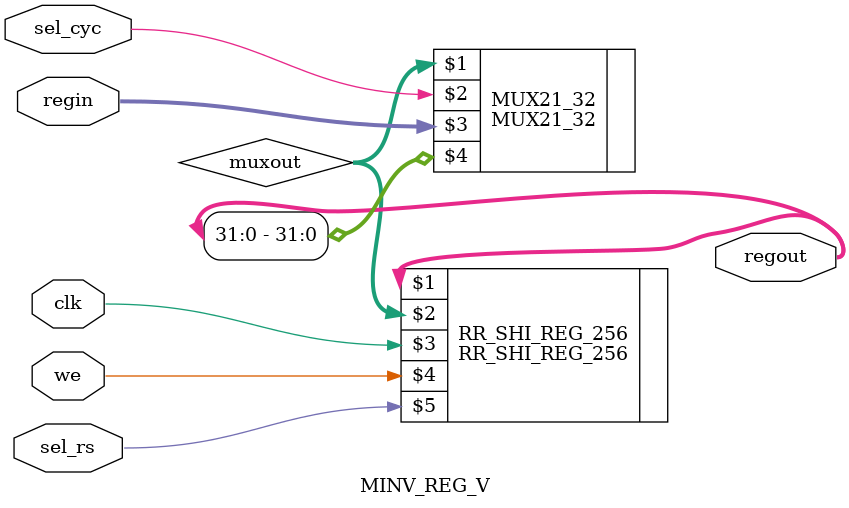
<source format=v>
module  MINV_REG_V(regout,regin,clk,we,sel_cyc,sel_rs);
  output [255:0] regout;  
  input [31:0] regin;
  input  clk,we,sel_cyc,sel_rs;
  wire [31:0] muxout;        

  //sel_cyc=0,select regin;sel_cyc=1,select regout[31:0].
  MUX21_32  MUX21_32(muxout,sel_cyc,regin,regout[31:0]);
  
  //sel_rs=0,select muxout;sel_rs=1,select right shift 1bit.
  RR_SHI_REG_256  RR_SHI_REG_256(regout,muxout,clk,we,sel_rs);
endmodule
</source>
